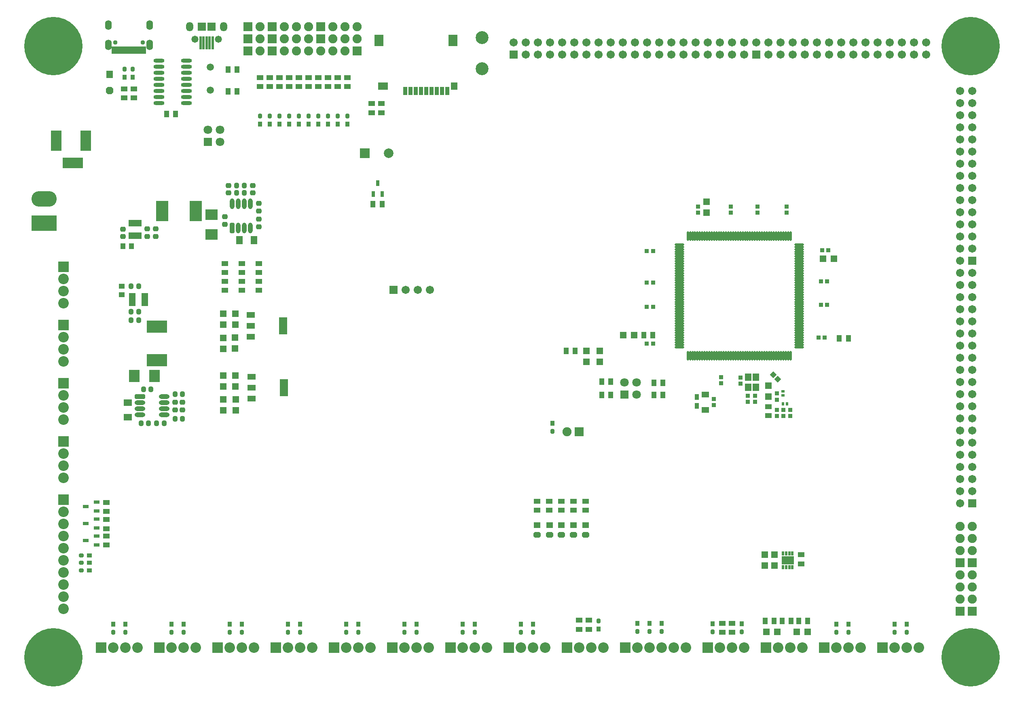
<source format=gts>
G04*
G04 #@! TF.GenerationSoftware,Altium Limited,Altium Designer,21.0.3 (12)*
G04*
G04 Layer_Color=8388736*
%FSLAX25Y25*%
%MOIN*%
G70*
G04*
G04 #@! TF.SameCoordinates,090C1E97-9EAB-41C8-8700-309E0BB34FF0*
G04*
G04*
G04 #@! TF.FilePolarity,Negative*
G04*
G01*
G75*
%ADD80R,0.05800X0.05800*%
%ADD81R,0.06902X0.05131*%
%ADD82R,0.06902X0.14383*%
%ADD83R,0.06902X0.05131*%
%ADD84R,0.05800X0.04800*%
G04:AMPARAMS|DCode=85|XSize=48mil|YSize=58mil|CornerRadius=0mil|HoleSize=0mil|Usage=FLASHONLY|Rotation=270.000|XOffset=0mil|YOffset=0mil|HoleType=Round|Shape=Octagon|*
%AMOCTAGOND85*
4,1,8,0.02900,0.01200,0.02900,-0.01200,0.01700,-0.02400,-0.01700,-0.02400,-0.02900,-0.01200,-0.02900,0.01200,-0.01700,0.02400,0.01700,0.02400,0.02900,0.01200,0.0*
%
%ADD85OCTAGOND85*%

%ADD86R,0.04300X0.05800*%
G04:AMPARAMS|DCode=87|XSize=39.5mil|YSize=35.56mil|CornerRadius=0mil|HoleSize=0mil|Usage=FLASHONLY|Rotation=90.000|XOffset=0mil|YOffset=0mil|HoleType=Round|Shape=Octagon|*
%AMOCTAGOND87*
4,1,8,0.00889,0.01975,-0.00889,0.01975,-0.01778,0.01086,-0.01778,-0.01086,-0.00889,-0.01975,0.00889,-0.01975,0.01778,-0.01086,0.01778,0.01086,0.00889,0.01975,0.0*
%
%ADD87OCTAGOND87*%

%ADD88R,0.03556X0.03950*%
%ADD89R,0.05800X0.04300*%
%ADD90O,0.09068X0.03162*%
%ADD91R,0.02375X0.10642*%
%ADD92R,0.02572X0.04737*%
G04:AMPARAMS|DCode=93|XSize=39.5mil|YSize=35.56mil|CornerRadius=0mil|HoleSize=0mil|Usage=FLASHONLY|Rotation=180.000|XOffset=0mil|YOffset=0mil|HoleType=Round|Shape=Octagon|*
%AMOCTAGOND93*
4,1,8,-0.01975,0.00889,-0.01975,-0.00889,-0.01086,-0.01778,0.01086,-0.01778,0.01975,-0.00889,0.01975,0.00889,0.01086,0.01778,-0.01086,0.01778,-0.01975,0.00889,0.0*
%
%ADD93OCTAGOND93*%

%ADD94R,0.03950X0.03556*%
%ADD95R,0.04737X0.02572*%
%ADD96R,0.03800X0.03800*%
%ADD97R,0.02375X0.02769*%
%ADD98R,0.02769X0.02375*%
%ADD99R,0.03800X0.03800*%
%ADD100O,0.01981X0.07887*%
%ADD101R,0.05800X0.05800*%
%ADD102O,0.07887X0.01981*%
%ADD103P,0.05374X4X180.0*%
%ADD104R,0.05524X0.06312*%
%ADD105R,0.10249X0.07099*%
%ADD106R,0.02200X0.03600*%
%ADD107R,0.03800X0.04800*%
%ADD108R,0.07493X0.09461*%
%ADD109R,0.07887X0.06312*%
%ADD110R,0.03556X0.07099*%
G04:AMPARAMS|DCode=111|XSize=45mil|YSize=40mil|CornerRadius=12mil|HoleSize=0mil|Usage=FLASHONLY|Rotation=180.000|XOffset=0mil|YOffset=0mil|HoleType=Round|Shape=RoundedRectangle|*
%AMROUNDEDRECTD111*
21,1,0.04500,0.01600,0,0,180.0*
21,1,0.02100,0.04000,0,0,180.0*
1,1,0.02400,-0.01050,0.00800*
1,1,0.02400,0.01050,0.00800*
1,1,0.02400,0.01050,-0.00800*
1,1,0.02400,-0.01050,-0.00800*
%
%ADD111ROUNDEDRECTD111*%
%ADD112R,0.06706X0.06902*%
%ADD113R,0.01981X0.05918*%
G04:AMPARAMS|DCode=114|XSize=45mil|YSize=40mil|CornerRadius=12mil|HoleSize=0mil|Usage=FLASHONLY|Rotation=270.000|XOffset=0mil|YOffset=0mil|HoleType=Round|Shape=RoundedRectangle|*
%AMROUNDEDRECTD114*
21,1,0.04500,0.01600,0,0,270.0*
21,1,0.02100,0.04000,0,0,270.0*
1,1,0.02400,-0.00800,-0.01050*
1,1,0.02400,-0.00800,0.01050*
1,1,0.02400,0.00800,0.01050*
1,1,0.02400,0.00800,-0.01050*
%
%ADD114ROUNDEDRECTD114*%
%ADD115O,0.03800X0.08800*%
%ADD116R,0.10800X0.05800*%
%ADD117R,0.05800X0.06800*%
%ADD118R,0.10249X0.08674*%
%ADD119R,0.04000X0.04500*%
%ADD120R,0.05800X0.10800*%
%ADD121O,0.08800X0.03800*%
%ADD122R,0.08674X0.10249*%
%ADD123R,0.04500X0.04000*%
%ADD124R,0.06800X0.05800*%
%ADD125R,0.05918X0.04737*%
%ADD126R,0.16548X0.10249*%
G04:AMPARAMS|DCode=127|XSize=88mil|YSize=38mil|CornerRadius=0mil|HoleSize=0mil|Usage=FLASHONLY|Rotation=0.000|XOffset=0mil|YOffset=0mil|HoleType=Round|Shape=Octagon|*
%AMOCTAGOND127*
4,1,8,0.04400,-0.00950,0.04400,0.00950,0.03450,0.01900,-0.03450,0.01900,-0.04400,0.00950,-0.04400,-0.00950,-0.03450,-0.01900,0.03450,-0.01900,0.04400,-0.00950,0.0*
%
%ADD127OCTAGOND127*%

G04:AMPARAMS|DCode=128|XSize=88mil|YSize=38mil|CornerRadius=0mil|HoleSize=0mil|Usage=FLASHONLY|Rotation=90.000|XOffset=0mil|YOffset=0mil|HoleType=Round|Shape=Octagon|*
%AMOCTAGOND128*
4,1,8,0.00950,0.04400,-0.00950,0.04400,-0.01900,0.03450,-0.01900,-0.03450,-0.00950,-0.04400,0.00950,-0.04400,0.01900,-0.03450,0.01900,0.03450,0.00950,0.04400,0.0*
%
%ADD128OCTAGOND128*%

%ADD129R,0.10249X0.16548*%
%ADD130R,0.05800X0.06300*%
G04:AMPARAMS|DCode=131|XSize=63mil|YSize=58mil|CornerRadius=0mil|HoleSize=0mil|Usage=FLASHONLY|Rotation=270.000|XOffset=0mil|YOffset=0mil|HoleType=Round|Shape=Octagon|*
%AMOCTAGOND131*
4,1,8,-0.01450,-0.03150,0.01450,-0.03150,0.02900,-0.01700,0.02900,0.01700,0.01450,0.03150,-0.01450,0.03150,-0.02900,0.01700,-0.02900,-0.01700,-0.01450,-0.03150,0.0*
%
%ADD131OCTAGOND131*%

%ADD132R,0.08674X0.08674*%
%ADD133C,0.08674*%
%ADD134R,0.20800X0.12800*%
%ADD135O,0.20800X0.12800*%
%ADD136R,0.08674X0.16548*%
%ADD137R,0.16548X0.08674*%
%ADD138C,0.05918*%
%ADD139C,0.07887*%
%ADD140R,0.07887X0.07887*%
%ADD141R,0.08674X0.08674*%
%ADD142C,0.48044*%
%ADD143C,0.06706*%
%ADD144C,0.10642*%
%ADD145R,0.06706X0.06706*%
%ADD146C,0.07493*%
%ADD147R,0.07493X0.07493*%
%ADD148R,0.07493X0.07493*%
%ADD149O,0.05918X0.07690*%
%ADD150C,0.05800*%
%ADD151O,0.05524X0.07887*%
%ADD152O,0.05524X0.08674*%
%ADD153R,0.06706X0.06706*%
%ADD154R,0.07099X0.07099*%
%ADD155C,0.07099*%
%ADD156C,0.03753*%
D80*
X657713Y467260D02*
D03*
Y476260D02*
D03*
X1097000Y459000D02*
D03*
Y468000D02*
D03*
X1046000Y619500D02*
D03*
X1102000Y328500D02*
D03*
X1094000Y319500D02*
D03*
X947000Y487500D02*
D03*
X958000Y487500D02*
D03*
X657713Y527260D02*
D03*
X647713D02*
D03*
X658000Y447500D02*
D03*
X647713Y476260D02*
D03*
Y498260D02*
D03*
Y447760D02*
D03*
X657500Y498500D02*
D03*
X647713Y518260D02*
D03*
X657713D02*
D03*
X1102000Y319500D02*
D03*
X1046000Y610500D02*
D03*
X958000Y496500D02*
D03*
X947000Y496500D02*
D03*
X647713Y507260D02*
D03*
X658000Y456500D02*
D03*
X647713Y467260D02*
D03*
Y456760D02*
D03*
X657500Y507500D02*
D03*
X1094000Y328500D02*
D03*
D81*
X671138Y466260D02*
D03*
Y457204D02*
D03*
X670426Y517260D02*
D03*
Y508204D02*
D03*
D82*
X697713Y466260D02*
D03*
X697000Y517260D02*
D03*
D83*
X671138Y475315D02*
D03*
X670426Y526315D02*
D03*
D84*
X906500Y353000D02*
D03*
X936400D02*
D03*
X946300D02*
D03*
X916900D02*
D03*
X926400D02*
D03*
D85*
X906500Y345000D02*
D03*
X936400D02*
D03*
X946300D02*
D03*
X916900D02*
D03*
X926400D02*
D03*
D86*
X937740Y496500D02*
D03*
X930260D02*
D03*
X771157Y617500D02*
D03*
X778638D02*
D03*
X1155520Y507000D02*
D03*
X1163000D02*
D03*
X1001740Y509500D02*
D03*
X959645Y471107D02*
D03*
X959645Y460106D02*
D03*
X608500Y692000D02*
D03*
X659240Y728500D02*
D03*
Y710500D02*
D03*
X601020Y692000D02*
D03*
X1010125Y470106D02*
D03*
X1010126Y460107D02*
D03*
X967125Y460106D02*
D03*
X1108260Y274000D02*
D03*
X1115740D02*
D03*
X1002645Y460107D02*
D03*
X1002645Y470106D02*
D03*
X967126Y471107D02*
D03*
X994260Y509500D02*
D03*
X1101740Y274000D02*
D03*
X1094260D02*
D03*
X1122000Y274000D02*
D03*
X1129480D02*
D03*
X651760Y728500D02*
D03*
Y710500D02*
D03*
D87*
X566500Y728847D02*
D03*
X686000Y690346D02*
D03*
X663000Y264654D02*
D03*
X759000D02*
D03*
X1163000Y264653D02*
D03*
X678000Y690346D02*
D03*
X1153000Y264654D02*
D03*
X957000Y274087D02*
D03*
X807000Y264654D02*
D03*
X797000D02*
D03*
X749000D02*
D03*
X653000D02*
D03*
X893000D02*
D03*
X903000D02*
D03*
X1211000D02*
D03*
X702000Y690346D02*
D03*
X1201000Y264654D02*
D03*
X718000Y690346D02*
D03*
X845000Y264654D02*
D03*
X855000D02*
D03*
X694000Y690346D02*
D03*
X710000D02*
D03*
X919000Y430153D02*
D03*
X711000Y264654D02*
D03*
X701000D02*
D03*
X615000D02*
D03*
X605000D02*
D03*
X567000D02*
D03*
X557000D02*
D03*
X989000Y265307D02*
D03*
X1051000Y264913D02*
D03*
X1009000Y265307D02*
D03*
X1075000Y264913D02*
D03*
X999000Y265307D02*
D03*
X726000Y690346D02*
D03*
X734000D02*
D03*
X742000D02*
D03*
X750000D02*
D03*
X573000Y728847D02*
D03*
D88*
X566500Y722154D02*
D03*
X1211000Y271346D02*
D03*
X1201000D02*
D03*
X1163000D02*
D03*
X1153000D02*
D03*
X1075000Y271606D02*
D03*
X999000Y272000D02*
D03*
X989000D02*
D03*
X1051000Y271606D02*
D03*
X1009000Y272000D02*
D03*
X845000Y271346D02*
D03*
X855000D02*
D03*
X903000D02*
D03*
X957000Y267394D02*
D03*
X893000Y271346D02*
D03*
X742000Y683654D02*
D03*
X750000D02*
D03*
X726000D02*
D03*
X718000D02*
D03*
X734000D02*
D03*
X694000D02*
D03*
X686000D02*
D03*
X678000D02*
D03*
X710000D02*
D03*
X702000D02*
D03*
X573000Y722154D02*
D03*
X759000Y271346D02*
D03*
X749000D02*
D03*
X807000D02*
D03*
X797000D02*
D03*
X711000D02*
D03*
X701000D02*
D03*
X663000D02*
D03*
X653000D02*
D03*
X615000D02*
D03*
X605000D02*
D03*
X557000D02*
D03*
X567000D02*
D03*
X919000Y436846D02*
D03*
D89*
X566000Y705260D02*
D03*
Y712740D02*
D03*
X574000Y712740D02*
D03*
Y705260D02*
D03*
X551500Y371721D02*
D03*
Y364240D02*
D03*
X551500Y357480D02*
D03*
X551500Y350000D02*
D03*
X551500Y343980D02*
D03*
Y336500D02*
D03*
X1097000Y450740D02*
D03*
Y443259D02*
D03*
X949000Y267000D02*
D03*
X677000Y546520D02*
D03*
X663000D02*
D03*
X649000D02*
D03*
X916500Y372740D02*
D03*
X769999Y693001D02*
D03*
X686000Y714520D02*
D03*
X677000Y554000D02*
D03*
X677000Y561260D02*
D03*
X649000Y554000D02*
D03*
X649001Y561260D02*
D03*
X678000Y714520D02*
D03*
X940999Y274481D02*
D03*
X949000Y274480D02*
D03*
X946400Y372740D02*
D03*
X663000Y554000D02*
D03*
X663001Y561260D02*
D03*
X778000Y693000D02*
D03*
X702000Y714520D02*
D03*
X718000D02*
D03*
X694000D02*
D03*
X710000D02*
D03*
X686000Y722000D02*
D03*
X678000D02*
D03*
X702000D02*
D03*
X718000D02*
D03*
X710000D02*
D03*
X694000D02*
D03*
X742000D02*
D03*
X726000D02*
D03*
X734000D02*
D03*
X750000D02*
D03*
X1124000Y328480D02*
D03*
Y321000D02*
D03*
X769999Y700481D02*
D03*
X778000Y700480D02*
D03*
X663001Y568740D02*
D03*
X677000D02*
D03*
X649001D02*
D03*
X946400Y365260D02*
D03*
X936500Y372740D02*
D03*
Y365260D02*
D03*
X926500Y372740D02*
D03*
Y365260D02*
D03*
X916500D02*
D03*
X906500Y372740D02*
D03*
Y365260D02*
D03*
X940999Y267001D02*
D03*
X1059000Y264520D02*
D03*
Y272000D02*
D03*
X1067000Y264520D02*
D03*
Y272000D02*
D03*
X726000Y714520D02*
D03*
X734000D02*
D03*
X742000D02*
D03*
X750000D02*
D03*
D90*
X617319Y706000D02*
D03*
Y711000D02*
D03*
Y721000D02*
D03*
Y726000D02*
D03*
Y731000D02*
D03*
Y736000D02*
D03*
X594681Y706000D02*
D03*
Y711000D02*
D03*
Y716000D02*
D03*
Y721000D02*
D03*
Y726000D02*
D03*
Y731000D02*
D03*
Y736000D02*
D03*
Y701000D02*
D03*
X617319Y716000D02*
D03*
Y701000D02*
D03*
D91*
X629000Y750531D02*
D03*
X631500D02*
D03*
X634000D02*
D03*
X636500D02*
D03*
X639000D02*
D03*
D92*
X771417Y626000D02*
D03*
X775157Y634929D02*
D03*
X778898Y626000D02*
D03*
D93*
X530653Y328000D02*
D03*
X530653Y322000D02*
D03*
X530653Y315500D02*
D03*
D94*
X537347Y328000D02*
D03*
X537347Y322000D02*
D03*
X537347Y315500D02*
D03*
D95*
X534571Y340240D02*
D03*
X543500Y343980D02*
D03*
Y336500D02*
D03*
X534571Y354240D02*
D03*
X543500Y357980D02*
D03*
Y350500D02*
D03*
X534571Y368240D02*
D03*
X543500Y371980D02*
D03*
Y364500D02*
D03*
D96*
X1109344Y448059D02*
D03*
X1109343Y442941D02*
D03*
X1115000Y448059D02*
D03*
X1115000Y442941D02*
D03*
X1104000Y456323D02*
D03*
X1104000Y461441D02*
D03*
X1104000Y448059D02*
D03*
X1104000Y442941D02*
D03*
X1112000Y615559D02*
D03*
X1088000D02*
D03*
X1066000D02*
D03*
X1039000D02*
D03*
X1052000Y457079D02*
D03*
X1086000Y454441D02*
D03*
X1080000Y454441D02*
D03*
X1058000Y469882D02*
D03*
X1074000Y469441D02*
D03*
X1039000Y610441D02*
D03*
X1088000D02*
D03*
X1052000Y451960D02*
D03*
X1074000Y474559D02*
D03*
X1058000Y475000D02*
D03*
X1080000Y459559D02*
D03*
X1086000Y459559D02*
D03*
X1112000Y610441D02*
D03*
X1066000D02*
D03*
D97*
X1112575Y453000D02*
D03*
X1109229Y453000D02*
D03*
D98*
X1109000Y459925D02*
D03*
Y463271D02*
D03*
D99*
X1140441Y554000D02*
D03*
X1145559D02*
D03*
X1146559Y579500D02*
D03*
X1145559Y534500D02*
D03*
X1143500Y507500D02*
D03*
X996882Y579000D02*
D03*
Y553000D02*
D03*
Y533000D02*
D03*
Y502500D02*
D03*
X1138382Y507500D02*
D03*
X1140441Y534500D02*
D03*
X1141441Y579500D02*
D03*
X1002000Y533000D02*
D03*
Y553000D02*
D03*
Y579000D02*
D03*
Y502500D02*
D03*
D100*
X1042488Y492591D02*
D03*
X1113354Y591409D02*
D03*
X1089732D02*
D03*
X1101543Y492591D02*
D03*
X1072016D02*
D03*
X1068079Y591409D02*
D03*
X1042488D02*
D03*
X1056268Y492591D02*
D03*
X1081858D02*
D03*
X1034614D02*
D03*
X1038551D02*
D03*
X1095638D02*
D03*
X1052331D02*
D03*
X1060205D02*
D03*
X1064142D02*
D03*
X1068079D02*
D03*
X1075953D02*
D03*
X1079890D02*
D03*
X1091701D02*
D03*
X1109417D02*
D03*
X1115323D02*
D03*
X1030677D02*
D03*
X1036583D02*
D03*
X1050362D02*
D03*
X1054299D02*
D03*
X1062173D02*
D03*
X1066110D02*
D03*
X1070047D02*
D03*
X1077921D02*
D03*
X1111386D02*
D03*
X1113354D02*
D03*
X1097606D02*
D03*
X1044457D02*
D03*
X1083827D02*
D03*
X1032646D02*
D03*
X1093669D02*
D03*
X1107449D02*
D03*
X1040520D02*
D03*
X1046425D02*
D03*
X1048394D02*
D03*
X1058236D02*
D03*
X1073984D02*
D03*
X1085795D02*
D03*
X1087764D02*
D03*
X1089732D02*
D03*
X1099575D02*
D03*
X1103512D02*
D03*
X1105480D02*
D03*
X1115323Y591409D02*
D03*
X1111386D02*
D03*
X1109417D02*
D03*
X1107449D02*
D03*
X1105480D02*
D03*
X1103512D02*
D03*
X1101543D02*
D03*
X1099575D02*
D03*
X1097606D02*
D03*
X1095638D02*
D03*
X1093669D02*
D03*
X1091701D02*
D03*
X1087764D02*
D03*
X1085795D02*
D03*
X1083827D02*
D03*
X1081858D02*
D03*
X1079890D02*
D03*
X1077921D02*
D03*
X1075953D02*
D03*
X1073984D02*
D03*
X1072016D02*
D03*
X1070047D02*
D03*
X1066110D02*
D03*
X1064142D02*
D03*
X1062173D02*
D03*
X1060205D02*
D03*
X1058236D02*
D03*
X1056268D02*
D03*
X1054299D02*
D03*
X1052331D02*
D03*
X1050362D02*
D03*
X1048394D02*
D03*
X1046425D02*
D03*
X1044457D02*
D03*
X1040520D02*
D03*
X1038551D02*
D03*
X1036583D02*
D03*
X1034614D02*
D03*
X1032646D02*
D03*
X1030677D02*
D03*
D101*
X1151059Y572500D02*
D03*
X977500Y509500D02*
D03*
X1129500Y265000D02*
D03*
X1095500D02*
D03*
X1142059Y572500D02*
D03*
X986500Y509500D02*
D03*
X1104500Y265000D02*
D03*
X1120500D02*
D03*
D102*
X1122409Y550858D02*
D03*
Y531173D02*
D03*
X1023591Y580386D02*
D03*
Y535110D02*
D03*
Y554795D02*
D03*
X1122409Y501646D02*
D03*
Y503614D02*
D03*
Y511488D02*
D03*
Y509520D02*
D03*
Y513457D02*
D03*
Y499677D02*
D03*
Y515425D02*
D03*
Y527236D02*
D03*
Y539047D02*
D03*
Y584323D02*
D03*
Y517394D02*
D03*
Y546921D02*
D03*
Y558732D02*
D03*
Y537079D02*
D03*
Y564638D02*
D03*
Y568575D02*
D03*
Y578417D02*
D03*
Y582354D02*
D03*
Y544953D02*
D03*
Y556764D02*
D03*
Y535110D02*
D03*
Y542984D02*
D03*
Y566606D02*
D03*
Y576449D02*
D03*
Y580386D02*
D03*
Y523299D02*
D03*
Y554795D02*
D03*
Y562669D02*
D03*
Y521331D02*
D03*
Y525268D02*
D03*
Y529205D02*
D03*
Y541016D02*
D03*
Y574480D02*
D03*
Y519362D02*
D03*
Y548890D02*
D03*
Y560701D02*
D03*
Y505583D02*
D03*
Y507551D02*
D03*
Y533142D02*
D03*
Y552827D02*
D03*
Y570543D02*
D03*
Y572512D02*
D03*
X1023591Y584323D02*
D03*
Y582354D02*
D03*
Y578417D02*
D03*
Y576449D02*
D03*
Y574480D02*
D03*
Y572512D02*
D03*
Y570543D02*
D03*
Y568575D02*
D03*
Y566606D02*
D03*
Y564638D02*
D03*
Y562669D02*
D03*
Y560701D02*
D03*
Y558732D02*
D03*
Y556764D02*
D03*
Y552827D02*
D03*
Y550858D02*
D03*
Y548890D02*
D03*
Y546921D02*
D03*
Y544953D02*
D03*
Y542984D02*
D03*
Y541016D02*
D03*
Y539047D02*
D03*
Y537079D02*
D03*
Y533142D02*
D03*
Y531173D02*
D03*
Y529205D02*
D03*
Y527236D02*
D03*
Y525268D02*
D03*
Y523299D02*
D03*
Y521331D02*
D03*
Y519362D02*
D03*
Y517394D02*
D03*
Y515425D02*
D03*
Y513457D02*
D03*
Y511488D02*
D03*
Y509520D02*
D03*
Y507551D02*
D03*
Y505583D02*
D03*
Y503614D02*
D03*
Y501646D02*
D03*
Y499677D02*
D03*
D103*
X1104619Y473381D02*
D03*
X1101000Y477000D02*
D03*
D104*
X1086800Y475000D02*
D03*
X1080400Y466700D02*
D03*
X838047Y714969D02*
D03*
X1086800Y466700D02*
D03*
X1080500Y475000D02*
D03*
D105*
X1113000Y324000D02*
D03*
D106*
X1114300Y329640D02*
D03*
X1116900Y318360D02*
D03*
X1109100D02*
D03*
X1116900Y329640D02*
D03*
X1111700D02*
D03*
X1109100D02*
D03*
X1111700Y318360D02*
D03*
X1114300D02*
D03*
D107*
X1038000Y451219D02*
D03*
Y458519D02*
D03*
D108*
X776024Y752764D02*
D03*
X837047D02*
D03*
D109*
X779567Y714969D02*
D03*
D110*
X819331Y711000D02*
D03*
X810669D02*
D03*
X827992D02*
D03*
X832323D02*
D03*
X823661D02*
D03*
X815000D02*
D03*
X806339D02*
D03*
X802008D02*
D03*
X797677D02*
D03*
D111*
X677000Y605213D02*
D03*
Y612000D02*
D03*
X652000Y626787D02*
D03*
X592000Y591000D02*
D03*
X585000D02*
D03*
X608000Y454106D02*
D03*
X565000Y597000D02*
D03*
Y590787D02*
D03*
X592000Y597213D02*
D03*
X585000D02*
D03*
X608000Y447894D02*
D03*
X614000Y454106D02*
D03*
Y447894D02*
D03*
X672000Y633000D02*
D03*
Y626787D02*
D03*
X677000Y618213D02*
D03*
Y599000D02*
D03*
X652000Y633000D02*
D03*
X649000Y601000D02*
D03*
Y607213D02*
D03*
D112*
X638000Y764000D02*
D03*
X630000D02*
D03*
D113*
X583189Y744673D02*
D03*
X582008D02*
D03*
X556811D02*
D03*
X557992D02*
D03*
X580039D02*
D03*
X578858D02*
D03*
X576890Y744669D02*
D03*
X574921Y744673D02*
D03*
X572953D02*
D03*
X570984D02*
D03*
X569016D02*
D03*
X567047D02*
D03*
X565080Y744669D02*
D03*
X563110Y744673D02*
D03*
X561142Y744672D02*
D03*
X559960D02*
D03*
D114*
X658787Y627000D02*
D03*
X608000Y460941D02*
D03*
X571787Y528941D02*
D03*
Y521941D02*
D03*
X592787Y436941D02*
D03*
X586213D02*
D03*
X614213Y440500D02*
D03*
X608000D02*
D03*
X614213Y460941D02*
D03*
X582000Y464941D02*
D03*
X588213D02*
D03*
X578000Y521941D02*
D03*
Y528941D02*
D03*
Y549941D02*
D03*
X571787D02*
D03*
X599000Y436941D02*
D03*
X580000D02*
D03*
X658787Y633000D02*
D03*
X665000D02*
D03*
Y627000D02*
D03*
D115*
X660000Y618000D02*
D03*
X670000Y598000D02*
D03*
X665000D02*
D03*
X655000Y618000D02*
D03*
X665000D02*
D03*
X670000D02*
D03*
X660000Y598000D02*
D03*
D116*
X575000Y591764D02*
D03*
Y602000D02*
D03*
D117*
X673000Y588000D02*
D03*
X661000D02*
D03*
D118*
X638000Y592465D02*
D03*
Y609000D02*
D03*
D119*
X572000Y583000D02*
D03*
X565000D02*
D03*
D120*
X572787Y538941D02*
D03*
X583024D02*
D03*
D121*
X599000Y453941D02*
D03*
X579000Y443941D02*
D03*
Y448941D02*
D03*
X599000Y458941D02*
D03*
Y448941D02*
D03*
Y443941D02*
D03*
X579000Y453941D02*
D03*
D122*
X574465Y475941D02*
D03*
X591000D02*
D03*
D123*
X564000Y542941D02*
D03*
Y549941D02*
D03*
D124*
X569000Y441941D02*
D03*
Y453941D02*
D03*
D125*
X1045000Y447921D02*
D03*
Y460519D02*
D03*
D126*
X593000Y516500D02*
D03*
Y488941D02*
D03*
D127*
X579000Y458941D02*
D03*
D128*
X655000Y598000D02*
D03*
D129*
X597441Y612000D02*
D03*
X625000D02*
D03*
D130*
X554000Y724750D02*
D03*
D131*
Y711250D02*
D03*
D132*
X1143000Y252000D02*
D03*
X643000D02*
D03*
X1191000D02*
D03*
X547000D02*
D03*
X787000D02*
D03*
X595000D02*
D03*
X691000D02*
D03*
X739000D02*
D03*
X835000D02*
D03*
X883000D02*
D03*
X1047000D02*
D03*
X1095000D02*
D03*
X979000D02*
D03*
X931000D02*
D03*
D133*
X516000Y294000D02*
D03*
Y324000D02*
D03*
Y364000D02*
D03*
Y354000D02*
D03*
Y344000D02*
D03*
Y334000D02*
D03*
Y314000D02*
D03*
Y304000D02*
D03*
Y284000D02*
D03*
X1221000Y252000D02*
D03*
X1173000D02*
D03*
X1125000D02*
D03*
X1029000D02*
D03*
X1077000D02*
D03*
X1019000D02*
D03*
X913000D02*
D03*
X961000D02*
D03*
X865000D02*
D03*
X817000D02*
D03*
X721000D02*
D03*
X769000D02*
D03*
X673000D02*
D03*
X516000Y556000D02*
D03*
Y536000D02*
D03*
Y546000D02*
D03*
X625000Y252000D02*
D03*
X577000D02*
D03*
X663000D02*
D03*
X759000D02*
D03*
X1163000D02*
D03*
X1153000D02*
D03*
X797000D02*
D03*
X807000D02*
D03*
X749000D02*
D03*
X653000D02*
D03*
X893000D02*
D03*
X903000D02*
D03*
X1211000D02*
D03*
X1201000D02*
D03*
X845000D02*
D03*
X855000D02*
D03*
X1105000D02*
D03*
X1115000D02*
D03*
X1057000D02*
D03*
X1067000D02*
D03*
X989000D02*
D03*
X999000D02*
D03*
X1009000D02*
D03*
X516000Y412000D02*
D03*
Y402000D02*
D03*
Y392000D02*
D03*
Y460000D02*
D03*
Y450000D02*
D03*
Y440000D02*
D03*
Y508000D02*
D03*
Y498000D02*
D03*
Y488000D02*
D03*
X605000Y252000D02*
D03*
X615000D02*
D03*
X557000D02*
D03*
X567000D02*
D03*
X701000D02*
D03*
X711000D02*
D03*
X941000D02*
D03*
X951000D02*
D03*
D134*
X500000Y602000D02*
D03*
D135*
Y622000D02*
D03*
D136*
X534409Y670000D02*
D03*
X510000D02*
D03*
D137*
X523780Y651496D02*
D03*
D138*
X637000Y730449D02*
D03*
Y711551D02*
D03*
D139*
X784000Y659500D02*
D03*
D140*
X764315D02*
D03*
D141*
X516000Y374000D02*
D03*
Y566000D02*
D03*
Y422000D02*
D03*
Y470000D02*
D03*
Y518000D02*
D03*
D142*
X507874Y748032D02*
D03*
X1263780D02*
D03*
Y244094D02*
D03*
X507874D02*
D03*
D143*
X1255000Y381000D02*
D03*
Y411000D02*
D03*
Y371000D02*
D03*
X1265000Y381000D02*
D03*
X798000Y547000D02*
D03*
X1255000Y481000D02*
D03*
X1265000Y401000D02*
D03*
Y411000D02*
D03*
X1255000Y501000D02*
D03*
X1265000Y431000D02*
D03*
Y441000D02*
D03*
Y451000D02*
D03*
Y461000D02*
D03*
Y471000D02*
D03*
Y481000D02*
D03*
X1255000Y491000D02*
D03*
X1265000Y521000D02*
D03*
X1255000Y531000D02*
D03*
Y541000D02*
D03*
X1265000Y551000D02*
D03*
Y561000D02*
D03*
Y391000D02*
D03*
X1255000Y401000D02*
D03*
Y421000D02*
D03*
Y431000D02*
D03*
Y441000D02*
D03*
Y451000D02*
D03*
Y461000D02*
D03*
Y471000D02*
D03*
Y521000D02*
D03*
X1265000Y531000D02*
D03*
X1255000Y551000D02*
D03*
Y561000D02*
D03*
X1265000Y511000D02*
D03*
Y421000D02*
D03*
Y491000D02*
D03*
Y541000D02*
D03*
X1255000Y391000D02*
D03*
X1265000Y501000D02*
D03*
X1255000Y511000D02*
D03*
X1265000Y601000D02*
D03*
Y621000D02*
D03*
X1255000Y711000D02*
D03*
Y571000D02*
D03*
X1265000Y641000D02*
D03*
Y661000D02*
D03*
X1255000Y611000D02*
D03*
Y671000D02*
D03*
Y681000D02*
D03*
X818000Y547000D02*
D03*
X1265000Y701000D02*
D03*
Y711000D02*
D03*
X1255000Y631000D02*
D03*
Y651000D02*
D03*
X1265000Y611000D02*
D03*
Y631000D02*
D03*
Y681000D02*
D03*
X808000Y547000D02*
D03*
X1255000Y691000D02*
D03*
Y701000D02*
D03*
X1265000Y591000D02*
D03*
Y651000D02*
D03*
Y671000D02*
D03*
X1255000Y581000D02*
D03*
Y591000D02*
D03*
Y601000D02*
D03*
Y621000D02*
D03*
X1265000Y691000D02*
D03*
Y581000D02*
D03*
X1255000Y641000D02*
D03*
Y661000D02*
D03*
X1077000Y751000D02*
D03*
Y741000D02*
D03*
X1067000Y751000D02*
D03*
Y741000D02*
D03*
X1057000Y751000D02*
D03*
Y741000D02*
D03*
X1047000Y751000D02*
D03*
Y741000D02*
D03*
X1037000Y751000D02*
D03*
Y741000D02*
D03*
X1027000Y751000D02*
D03*
Y741000D02*
D03*
X1017000Y751000D02*
D03*
Y741000D02*
D03*
X1007000Y751000D02*
D03*
Y741000D02*
D03*
X997000Y751000D02*
D03*
Y741000D02*
D03*
X987000Y751000D02*
D03*
Y741000D02*
D03*
X977000Y751000D02*
D03*
Y741000D02*
D03*
X967000Y751000D02*
D03*
Y741000D02*
D03*
X957000Y751000D02*
D03*
Y741000D02*
D03*
X947000Y751000D02*
D03*
Y741000D02*
D03*
X937000Y751000D02*
D03*
Y741000D02*
D03*
X927000Y751000D02*
D03*
Y741000D02*
D03*
X917000Y751000D02*
D03*
Y741000D02*
D03*
X907000Y751000D02*
D03*
Y741000D02*
D03*
X897000Y751000D02*
D03*
Y741000D02*
D03*
X887000Y751000D02*
D03*
X1227000D02*
D03*
Y741000D02*
D03*
X1217000Y751000D02*
D03*
Y741000D02*
D03*
X1207000Y751000D02*
D03*
Y741000D02*
D03*
X1197000Y751000D02*
D03*
Y741000D02*
D03*
X1187000Y751000D02*
D03*
Y741000D02*
D03*
X1177000Y751000D02*
D03*
Y741000D02*
D03*
X1167000Y751000D02*
D03*
Y741000D02*
D03*
X1157000Y751000D02*
D03*
Y741000D02*
D03*
X1147000Y751000D02*
D03*
Y741000D02*
D03*
X1137000Y751000D02*
D03*
Y741000D02*
D03*
X1127000Y751000D02*
D03*
Y741000D02*
D03*
X1117000Y751000D02*
D03*
Y741000D02*
D03*
X1107000Y751000D02*
D03*
Y741000D02*
D03*
X1097000Y751000D02*
D03*
Y741000D02*
D03*
X1087000Y751000D02*
D03*
D144*
X861000Y754795D02*
D03*
Y729205D02*
D03*
D145*
X1265000Y371000D02*
D03*
Y571000D02*
D03*
D146*
Y342000D02*
D03*
Y352000D02*
D03*
Y332000D02*
D03*
Y312000D02*
D03*
Y292000D02*
D03*
Y302000D02*
D03*
X758000Y764000D02*
D03*
X748000D02*
D03*
X738000D02*
D03*
X708000D02*
D03*
X698000D02*
D03*
X718000D02*
D03*
X678000D02*
D03*
Y744000D02*
D03*
X698000D02*
D03*
X718000D02*
D03*
X708000D02*
D03*
X748000D02*
D03*
X728000D02*
D03*
X738000D02*
D03*
X931000Y430000D02*
D03*
X1255000Y332000D02*
D03*
Y342000D02*
D03*
Y352000D02*
D03*
Y292000D02*
D03*
Y302000D02*
D03*
Y312000D02*
D03*
X738000Y754000D02*
D03*
X748000D02*
D03*
X758000D02*
D03*
X678000D02*
D03*
X698000D02*
D03*
X708000D02*
D03*
X718000D02*
D03*
D147*
X1265000Y322000D02*
D03*
Y282000D02*
D03*
X1255000Y322000D02*
D03*
Y282000D02*
D03*
D148*
X728000Y764000D02*
D03*
X668000D02*
D03*
X688000D02*
D03*
X668000Y744000D02*
D03*
X688000D02*
D03*
X758000D02*
D03*
X941000Y430000D02*
D03*
X728000Y754000D02*
D03*
X668000D02*
D03*
X688000D02*
D03*
D149*
X648000Y764000D02*
D03*
X620000D02*
D03*
D150*
X643669Y753500D02*
D03*
X624272D02*
D03*
D151*
X587008Y765332D02*
D03*
X552992D02*
D03*
D152*
X587008Y748875D02*
D03*
X552992D02*
D03*
D153*
X788000Y547000D02*
D03*
X887000Y741000D02*
D03*
X1087000D02*
D03*
D154*
X978500Y460500D02*
D03*
X635000Y669000D02*
D03*
D155*
X988500Y470500D02*
D03*
Y460500D02*
D03*
X978500Y470500D02*
D03*
X645000Y679000D02*
D03*
Y669000D02*
D03*
X635000Y679000D02*
D03*
D156*
X581378Y750962D02*
D03*
X558622D02*
D03*
M02*

</source>
